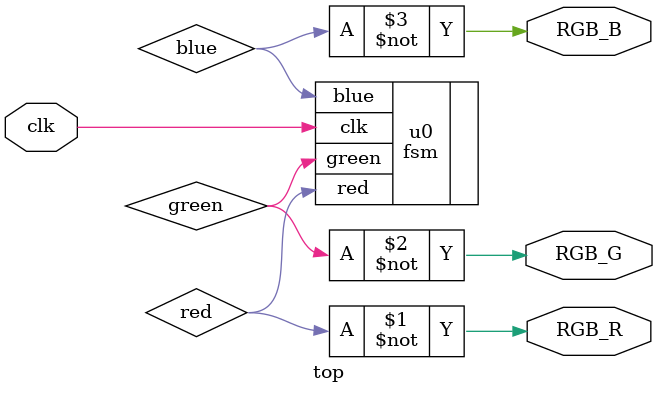
<source format=sv>
`include "mp1.sv"


module top(
    input logic     clk, 
    output logic    RGB_R, 
    output logic    RGB_G, 
    output logic    RGB_B
);

    logic red, green, blue;

    fsm u0(
        .clk    (clk), 
        .red    (red), 
        .green  (green), 
        .blue   (blue)
    );

    assign RGB_R = ~red;
    assign RGB_G = ~green;
    assign RGB_B = ~blue;

endmodule

</source>
